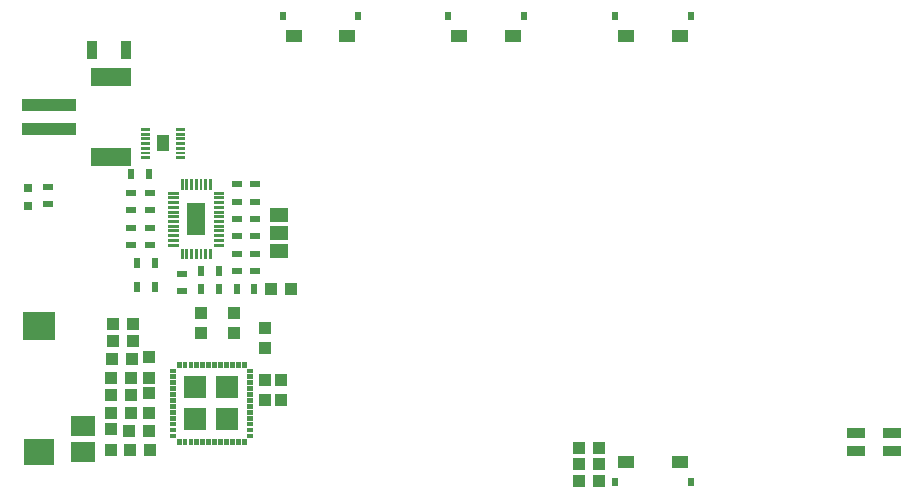
<source format=gbr>
G04 EAGLE Gerber RS-274X export*
G75*
%MOMM*%
%FSLAX34Y34*%
%LPD*%
%INSolderpaste Bottom*%
%IPPOS*%
%AMOC8*
5,1,8,0,0,1.08239X$1,22.5*%
G01*
%ADD10R,2.000000X1.800000*%
%ADD11R,2.600000X2.250000*%
%ADD12R,2.800000X2.450000*%
%ADD13R,1.100000X1.000000*%
%ADD14R,1.000000X1.100000*%
%ADD15R,1.910000X1.910000*%
%ADD16C,0.031500*%
%ADD17R,1.500000X0.900000*%
%ADD18R,1.520000X2.780000*%
%ADD19C,0.055000*%
%ADD20R,1.080000X1.460000*%
%ADD21R,4.600000X1.000000*%
%ADD22R,3.400000X1.600000*%
%ADD23R,0.900000X1.600000*%
%ADD24R,0.900000X0.600000*%
%ADD25R,0.800000X0.800000*%
%ADD26R,0.600000X0.900000*%
%ADD27R,1.600200X1.168400*%
%ADD28R,1.450000X1.050000*%
%ADD29R,0.600000X0.800000*%


D10*
X54150Y34000D03*
X54150Y56000D03*
D11*
X16850Y34000D03*
D12*
X16850Y141000D03*
D13*
X110800Y52100D03*
X93800Y52100D03*
D14*
X78000Y36000D03*
X78000Y53000D03*
X110000Y67000D03*
X110000Y84000D03*
X111100Y35500D03*
X94100Y35500D03*
D13*
X110000Y97000D03*
X110000Y114000D03*
D14*
X230280Y171850D03*
X213280Y171850D03*
D15*
X176500Y62000D03*
X149500Y62000D03*
X149500Y89000D03*
X176500Y89000D03*
D16*
X132443Y49593D02*
X128257Y49593D01*
X132443Y49593D02*
X132443Y46407D01*
X128257Y46407D01*
X128257Y49593D01*
X128257Y46706D02*
X132443Y46706D01*
X132443Y47005D02*
X128257Y47005D01*
X128257Y47304D02*
X132443Y47304D01*
X132443Y47603D02*
X128257Y47603D01*
X128257Y47902D02*
X132443Y47902D01*
X132443Y48201D02*
X128257Y48201D01*
X128257Y48500D02*
X132443Y48500D01*
X132443Y48799D02*
X128257Y48799D01*
X128257Y49098D02*
X132443Y49098D01*
X132443Y49397D02*
X128257Y49397D01*
X128257Y54593D02*
X132443Y54593D01*
X132443Y51407D01*
X128257Y51407D01*
X128257Y54593D01*
X128257Y51706D02*
X132443Y51706D01*
X132443Y52005D02*
X128257Y52005D01*
X128257Y52304D02*
X132443Y52304D01*
X132443Y52603D02*
X128257Y52603D01*
X128257Y52902D02*
X132443Y52902D01*
X132443Y53201D02*
X128257Y53201D01*
X128257Y53500D02*
X132443Y53500D01*
X132443Y53799D02*
X128257Y53799D01*
X128257Y54098D02*
X132443Y54098D01*
X132443Y54397D02*
X128257Y54397D01*
X128257Y59593D02*
X132443Y59593D01*
X132443Y56407D01*
X128257Y56407D01*
X128257Y59593D01*
X128257Y56706D02*
X132443Y56706D01*
X132443Y57005D02*
X128257Y57005D01*
X128257Y57304D02*
X132443Y57304D01*
X132443Y57603D02*
X128257Y57603D01*
X128257Y57902D02*
X132443Y57902D01*
X132443Y58201D02*
X128257Y58201D01*
X128257Y58500D02*
X132443Y58500D01*
X132443Y58799D02*
X128257Y58799D01*
X128257Y59098D02*
X132443Y59098D01*
X132443Y59397D02*
X128257Y59397D01*
X128257Y64593D02*
X132443Y64593D01*
X132443Y61407D01*
X128257Y61407D01*
X128257Y64593D01*
X128257Y61706D02*
X132443Y61706D01*
X132443Y62005D02*
X128257Y62005D01*
X128257Y62304D02*
X132443Y62304D01*
X132443Y62603D02*
X128257Y62603D01*
X128257Y62902D02*
X132443Y62902D01*
X132443Y63201D02*
X128257Y63201D01*
X128257Y63500D02*
X132443Y63500D01*
X132443Y63799D02*
X128257Y63799D01*
X128257Y64098D02*
X132443Y64098D01*
X132443Y64397D02*
X128257Y64397D01*
X128257Y69593D02*
X132443Y69593D01*
X132443Y66407D01*
X128257Y66407D01*
X128257Y69593D01*
X128257Y66706D02*
X132443Y66706D01*
X132443Y67005D02*
X128257Y67005D01*
X128257Y67304D02*
X132443Y67304D01*
X132443Y67603D02*
X128257Y67603D01*
X128257Y67902D02*
X132443Y67902D01*
X132443Y68201D02*
X128257Y68201D01*
X128257Y68500D02*
X132443Y68500D01*
X132443Y68799D02*
X128257Y68799D01*
X128257Y69098D02*
X132443Y69098D01*
X132443Y69397D02*
X128257Y69397D01*
X128257Y74593D02*
X132443Y74593D01*
X132443Y71407D01*
X128257Y71407D01*
X128257Y74593D01*
X128257Y71706D02*
X132443Y71706D01*
X132443Y72005D02*
X128257Y72005D01*
X128257Y72304D02*
X132443Y72304D01*
X132443Y72603D02*
X128257Y72603D01*
X128257Y72902D02*
X132443Y72902D01*
X132443Y73201D02*
X128257Y73201D01*
X128257Y73500D02*
X132443Y73500D01*
X132443Y73799D02*
X128257Y73799D01*
X128257Y74098D02*
X132443Y74098D01*
X132443Y74397D02*
X128257Y74397D01*
X128257Y79593D02*
X132443Y79593D01*
X132443Y76407D01*
X128257Y76407D01*
X128257Y79593D01*
X128257Y76706D02*
X132443Y76706D01*
X132443Y77005D02*
X128257Y77005D01*
X128257Y77304D02*
X132443Y77304D01*
X132443Y77603D02*
X128257Y77603D01*
X128257Y77902D02*
X132443Y77902D01*
X132443Y78201D02*
X128257Y78201D01*
X128257Y78500D02*
X132443Y78500D01*
X132443Y78799D02*
X128257Y78799D01*
X128257Y79098D02*
X132443Y79098D01*
X132443Y79397D02*
X128257Y79397D01*
X128257Y84593D02*
X132443Y84593D01*
X132443Y81407D01*
X128257Y81407D01*
X128257Y84593D01*
X128257Y81706D02*
X132443Y81706D01*
X132443Y82005D02*
X128257Y82005D01*
X128257Y82304D02*
X132443Y82304D01*
X132443Y82603D02*
X128257Y82603D01*
X128257Y82902D02*
X132443Y82902D01*
X132443Y83201D02*
X128257Y83201D01*
X128257Y83500D02*
X132443Y83500D01*
X132443Y83799D02*
X128257Y83799D01*
X128257Y84098D02*
X132443Y84098D01*
X132443Y84397D02*
X128257Y84397D01*
X128257Y89593D02*
X132443Y89593D01*
X132443Y86407D01*
X128257Y86407D01*
X128257Y89593D01*
X128257Y86706D02*
X132443Y86706D01*
X132443Y87005D02*
X128257Y87005D01*
X128257Y87304D02*
X132443Y87304D01*
X132443Y87603D02*
X128257Y87603D01*
X128257Y87902D02*
X132443Y87902D01*
X132443Y88201D02*
X128257Y88201D01*
X128257Y88500D02*
X132443Y88500D01*
X132443Y88799D02*
X128257Y88799D01*
X128257Y89098D02*
X132443Y89098D01*
X132443Y89397D02*
X128257Y89397D01*
X128257Y94593D02*
X132443Y94593D01*
X132443Y91407D01*
X128257Y91407D01*
X128257Y94593D01*
X128257Y91706D02*
X132443Y91706D01*
X132443Y92005D02*
X128257Y92005D01*
X128257Y92304D02*
X132443Y92304D01*
X132443Y92603D02*
X128257Y92603D01*
X128257Y92902D02*
X132443Y92902D01*
X132443Y93201D02*
X128257Y93201D01*
X128257Y93500D02*
X132443Y93500D01*
X132443Y93799D02*
X128257Y93799D01*
X128257Y94098D02*
X132443Y94098D01*
X132443Y94397D02*
X128257Y94397D01*
X128257Y99593D02*
X132443Y99593D01*
X132443Y96407D01*
X128257Y96407D01*
X128257Y99593D01*
X128257Y96706D02*
X132443Y96706D01*
X132443Y97005D02*
X128257Y97005D01*
X128257Y97304D02*
X132443Y97304D01*
X132443Y97603D02*
X128257Y97603D01*
X128257Y97902D02*
X132443Y97902D01*
X132443Y98201D02*
X128257Y98201D01*
X128257Y98500D02*
X132443Y98500D01*
X132443Y98799D02*
X128257Y98799D01*
X128257Y99098D02*
X132443Y99098D01*
X132443Y99397D02*
X128257Y99397D01*
X128257Y104593D02*
X132443Y104593D01*
X132443Y101407D01*
X128257Y101407D01*
X128257Y104593D01*
X128257Y101706D02*
X132443Y101706D01*
X132443Y102005D02*
X128257Y102005D01*
X128257Y102304D02*
X132443Y102304D01*
X132443Y102603D02*
X128257Y102603D01*
X128257Y102902D02*
X132443Y102902D01*
X132443Y103201D02*
X128257Y103201D01*
X128257Y103500D02*
X132443Y103500D01*
X132443Y103799D02*
X128257Y103799D01*
X128257Y104098D02*
X132443Y104098D01*
X132443Y104397D02*
X128257Y104397D01*
X137093Y106057D02*
X137093Y110243D01*
X137093Y106057D02*
X133907Y106057D01*
X133907Y110243D01*
X137093Y110243D01*
X137093Y106356D02*
X133907Y106356D01*
X133907Y106655D02*
X137093Y106655D01*
X137093Y106954D02*
X133907Y106954D01*
X133907Y107253D02*
X137093Y107253D01*
X137093Y107552D02*
X133907Y107552D01*
X133907Y107851D02*
X137093Y107851D01*
X137093Y108150D02*
X133907Y108150D01*
X133907Y108449D02*
X137093Y108449D01*
X137093Y108748D02*
X133907Y108748D01*
X133907Y109047D02*
X137093Y109047D01*
X137093Y109346D02*
X133907Y109346D01*
X133907Y109645D02*
X137093Y109645D01*
X137093Y109944D02*
X133907Y109944D01*
X133907Y110243D02*
X137093Y110243D01*
X142093Y110243D02*
X142093Y106057D01*
X138907Y106057D01*
X138907Y110243D01*
X142093Y110243D01*
X142093Y106356D02*
X138907Y106356D01*
X138907Y106655D02*
X142093Y106655D01*
X142093Y106954D02*
X138907Y106954D01*
X138907Y107253D02*
X142093Y107253D01*
X142093Y107552D02*
X138907Y107552D01*
X138907Y107851D02*
X142093Y107851D01*
X142093Y108150D02*
X138907Y108150D01*
X138907Y108449D02*
X142093Y108449D01*
X142093Y108748D02*
X138907Y108748D01*
X138907Y109047D02*
X142093Y109047D01*
X142093Y109346D02*
X138907Y109346D01*
X138907Y109645D02*
X142093Y109645D01*
X142093Y109944D02*
X138907Y109944D01*
X138907Y110243D02*
X142093Y110243D01*
X147093Y110243D02*
X147093Y106057D01*
X143907Y106057D01*
X143907Y110243D01*
X147093Y110243D01*
X147093Y106356D02*
X143907Y106356D01*
X143907Y106655D02*
X147093Y106655D01*
X147093Y106954D02*
X143907Y106954D01*
X143907Y107253D02*
X147093Y107253D01*
X147093Y107552D02*
X143907Y107552D01*
X143907Y107851D02*
X147093Y107851D01*
X147093Y108150D02*
X143907Y108150D01*
X143907Y108449D02*
X147093Y108449D01*
X147093Y108748D02*
X143907Y108748D01*
X143907Y109047D02*
X147093Y109047D01*
X147093Y109346D02*
X143907Y109346D01*
X143907Y109645D02*
X147093Y109645D01*
X147093Y109944D02*
X143907Y109944D01*
X143907Y110243D02*
X147093Y110243D01*
X152093Y110243D02*
X152093Y106057D01*
X148907Y106057D01*
X148907Y110243D01*
X152093Y110243D01*
X152093Y106356D02*
X148907Y106356D01*
X148907Y106655D02*
X152093Y106655D01*
X152093Y106954D02*
X148907Y106954D01*
X148907Y107253D02*
X152093Y107253D01*
X152093Y107552D02*
X148907Y107552D01*
X148907Y107851D02*
X152093Y107851D01*
X152093Y108150D02*
X148907Y108150D01*
X148907Y108449D02*
X152093Y108449D01*
X152093Y108748D02*
X148907Y108748D01*
X148907Y109047D02*
X152093Y109047D01*
X152093Y109346D02*
X148907Y109346D01*
X148907Y109645D02*
X152093Y109645D01*
X152093Y109944D02*
X148907Y109944D01*
X148907Y110243D02*
X152093Y110243D01*
X157093Y110243D02*
X157093Y106057D01*
X153907Y106057D01*
X153907Y110243D01*
X157093Y110243D01*
X157093Y106356D02*
X153907Y106356D01*
X153907Y106655D02*
X157093Y106655D01*
X157093Y106954D02*
X153907Y106954D01*
X153907Y107253D02*
X157093Y107253D01*
X157093Y107552D02*
X153907Y107552D01*
X153907Y107851D02*
X157093Y107851D01*
X157093Y108150D02*
X153907Y108150D01*
X153907Y108449D02*
X157093Y108449D01*
X157093Y108748D02*
X153907Y108748D01*
X153907Y109047D02*
X157093Y109047D01*
X157093Y109346D02*
X153907Y109346D01*
X153907Y109645D02*
X157093Y109645D01*
X157093Y109944D02*
X153907Y109944D01*
X153907Y110243D02*
X157093Y110243D01*
X162093Y110243D02*
X162093Y106057D01*
X158907Y106057D01*
X158907Y110243D01*
X162093Y110243D01*
X162093Y106356D02*
X158907Y106356D01*
X158907Y106655D02*
X162093Y106655D01*
X162093Y106954D02*
X158907Y106954D01*
X158907Y107253D02*
X162093Y107253D01*
X162093Y107552D02*
X158907Y107552D01*
X158907Y107851D02*
X162093Y107851D01*
X162093Y108150D02*
X158907Y108150D01*
X158907Y108449D02*
X162093Y108449D01*
X162093Y108748D02*
X158907Y108748D01*
X158907Y109047D02*
X162093Y109047D01*
X162093Y109346D02*
X158907Y109346D01*
X158907Y109645D02*
X162093Y109645D01*
X162093Y109944D02*
X158907Y109944D01*
X158907Y110243D02*
X162093Y110243D01*
X167093Y110243D02*
X167093Y106057D01*
X163907Y106057D01*
X163907Y110243D01*
X167093Y110243D01*
X167093Y106356D02*
X163907Y106356D01*
X163907Y106655D02*
X167093Y106655D01*
X167093Y106954D02*
X163907Y106954D01*
X163907Y107253D02*
X167093Y107253D01*
X167093Y107552D02*
X163907Y107552D01*
X163907Y107851D02*
X167093Y107851D01*
X167093Y108150D02*
X163907Y108150D01*
X163907Y108449D02*
X167093Y108449D01*
X167093Y108748D02*
X163907Y108748D01*
X163907Y109047D02*
X167093Y109047D01*
X167093Y109346D02*
X163907Y109346D01*
X163907Y109645D02*
X167093Y109645D01*
X167093Y109944D02*
X163907Y109944D01*
X163907Y110243D02*
X167093Y110243D01*
X172093Y110243D02*
X172093Y106057D01*
X168907Y106057D01*
X168907Y110243D01*
X172093Y110243D01*
X172093Y106356D02*
X168907Y106356D01*
X168907Y106655D02*
X172093Y106655D01*
X172093Y106954D02*
X168907Y106954D01*
X168907Y107253D02*
X172093Y107253D01*
X172093Y107552D02*
X168907Y107552D01*
X168907Y107851D02*
X172093Y107851D01*
X172093Y108150D02*
X168907Y108150D01*
X168907Y108449D02*
X172093Y108449D01*
X172093Y108748D02*
X168907Y108748D01*
X168907Y109047D02*
X172093Y109047D01*
X172093Y109346D02*
X168907Y109346D01*
X168907Y109645D02*
X172093Y109645D01*
X172093Y109944D02*
X168907Y109944D01*
X168907Y110243D02*
X172093Y110243D01*
X177093Y110243D02*
X177093Y106057D01*
X173907Y106057D01*
X173907Y110243D01*
X177093Y110243D01*
X177093Y106356D02*
X173907Y106356D01*
X173907Y106655D02*
X177093Y106655D01*
X177093Y106954D02*
X173907Y106954D01*
X173907Y107253D02*
X177093Y107253D01*
X177093Y107552D02*
X173907Y107552D01*
X173907Y107851D02*
X177093Y107851D01*
X177093Y108150D02*
X173907Y108150D01*
X173907Y108449D02*
X177093Y108449D01*
X177093Y108748D02*
X173907Y108748D01*
X173907Y109047D02*
X177093Y109047D01*
X177093Y109346D02*
X173907Y109346D01*
X173907Y109645D02*
X177093Y109645D01*
X177093Y109944D02*
X173907Y109944D01*
X173907Y110243D02*
X177093Y110243D01*
X182093Y110243D02*
X182093Y106057D01*
X178907Y106057D01*
X178907Y110243D01*
X182093Y110243D01*
X182093Y106356D02*
X178907Y106356D01*
X178907Y106655D02*
X182093Y106655D01*
X182093Y106954D02*
X178907Y106954D01*
X178907Y107253D02*
X182093Y107253D01*
X182093Y107552D02*
X178907Y107552D01*
X178907Y107851D02*
X182093Y107851D01*
X182093Y108150D02*
X178907Y108150D01*
X178907Y108449D02*
X182093Y108449D01*
X182093Y108748D02*
X178907Y108748D01*
X178907Y109047D02*
X182093Y109047D01*
X182093Y109346D02*
X178907Y109346D01*
X178907Y109645D02*
X182093Y109645D01*
X182093Y109944D02*
X178907Y109944D01*
X178907Y110243D02*
X182093Y110243D01*
X187093Y110243D02*
X187093Y106057D01*
X183907Y106057D01*
X183907Y110243D01*
X187093Y110243D01*
X187093Y106356D02*
X183907Y106356D01*
X183907Y106655D02*
X187093Y106655D01*
X187093Y106954D02*
X183907Y106954D01*
X183907Y107253D02*
X187093Y107253D01*
X187093Y107552D02*
X183907Y107552D01*
X183907Y107851D02*
X187093Y107851D01*
X187093Y108150D02*
X183907Y108150D01*
X183907Y108449D02*
X187093Y108449D01*
X187093Y108748D02*
X183907Y108748D01*
X183907Y109047D02*
X187093Y109047D01*
X187093Y109346D02*
X183907Y109346D01*
X183907Y109645D02*
X187093Y109645D01*
X187093Y109944D02*
X183907Y109944D01*
X183907Y110243D02*
X187093Y110243D01*
X192093Y110243D02*
X192093Y106057D01*
X188907Y106057D01*
X188907Y110243D01*
X192093Y110243D01*
X192093Y106356D02*
X188907Y106356D01*
X188907Y106655D02*
X192093Y106655D01*
X192093Y106954D02*
X188907Y106954D01*
X188907Y107253D02*
X192093Y107253D01*
X192093Y107552D02*
X188907Y107552D01*
X188907Y107851D02*
X192093Y107851D01*
X192093Y108150D02*
X188907Y108150D01*
X188907Y108449D02*
X192093Y108449D01*
X192093Y108748D02*
X188907Y108748D01*
X188907Y109047D02*
X192093Y109047D01*
X192093Y109346D02*
X188907Y109346D01*
X188907Y109645D02*
X192093Y109645D01*
X192093Y109944D02*
X188907Y109944D01*
X188907Y110243D02*
X192093Y110243D01*
X193557Y101407D02*
X197743Y101407D01*
X193557Y101407D02*
X193557Y104593D01*
X197743Y104593D01*
X197743Y101407D01*
X197743Y101706D02*
X193557Y101706D01*
X193557Y102005D02*
X197743Y102005D01*
X197743Y102304D02*
X193557Y102304D01*
X193557Y102603D02*
X197743Y102603D01*
X197743Y102902D02*
X193557Y102902D01*
X193557Y103201D02*
X197743Y103201D01*
X197743Y103500D02*
X193557Y103500D01*
X193557Y103799D02*
X197743Y103799D01*
X197743Y104098D02*
X193557Y104098D01*
X193557Y104397D02*
X197743Y104397D01*
X197743Y96407D02*
X193557Y96407D01*
X193557Y99593D01*
X197743Y99593D01*
X197743Y96407D01*
X197743Y96706D02*
X193557Y96706D01*
X193557Y97005D02*
X197743Y97005D01*
X197743Y97304D02*
X193557Y97304D01*
X193557Y97603D02*
X197743Y97603D01*
X197743Y97902D02*
X193557Y97902D01*
X193557Y98201D02*
X197743Y98201D01*
X197743Y98500D02*
X193557Y98500D01*
X193557Y98799D02*
X197743Y98799D01*
X197743Y99098D02*
X193557Y99098D01*
X193557Y99397D02*
X197743Y99397D01*
X197743Y91407D02*
X193557Y91407D01*
X193557Y94593D01*
X197743Y94593D01*
X197743Y91407D01*
X197743Y91706D02*
X193557Y91706D01*
X193557Y92005D02*
X197743Y92005D01*
X197743Y92304D02*
X193557Y92304D01*
X193557Y92603D02*
X197743Y92603D01*
X197743Y92902D02*
X193557Y92902D01*
X193557Y93201D02*
X197743Y93201D01*
X197743Y93500D02*
X193557Y93500D01*
X193557Y93799D02*
X197743Y93799D01*
X197743Y94098D02*
X193557Y94098D01*
X193557Y94397D02*
X197743Y94397D01*
X197743Y86407D02*
X193557Y86407D01*
X193557Y89593D01*
X197743Y89593D01*
X197743Y86407D01*
X197743Y86706D02*
X193557Y86706D01*
X193557Y87005D02*
X197743Y87005D01*
X197743Y87304D02*
X193557Y87304D01*
X193557Y87603D02*
X197743Y87603D01*
X197743Y87902D02*
X193557Y87902D01*
X193557Y88201D02*
X197743Y88201D01*
X197743Y88500D02*
X193557Y88500D01*
X193557Y88799D02*
X197743Y88799D01*
X197743Y89098D02*
X193557Y89098D01*
X193557Y89397D02*
X197743Y89397D01*
X197743Y81407D02*
X193557Y81407D01*
X193557Y84593D01*
X197743Y84593D01*
X197743Y81407D01*
X197743Y81706D02*
X193557Y81706D01*
X193557Y82005D02*
X197743Y82005D01*
X197743Y82304D02*
X193557Y82304D01*
X193557Y82603D02*
X197743Y82603D01*
X197743Y82902D02*
X193557Y82902D01*
X193557Y83201D02*
X197743Y83201D01*
X197743Y83500D02*
X193557Y83500D01*
X193557Y83799D02*
X197743Y83799D01*
X197743Y84098D02*
X193557Y84098D01*
X193557Y84397D02*
X197743Y84397D01*
X197743Y76407D02*
X193557Y76407D01*
X193557Y79593D01*
X197743Y79593D01*
X197743Y76407D01*
X197743Y76706D02*
X193557Y76706D01*
X193557Y77005D02*
X197743Y77005D01*
X197743Y77304D02*
X193557Y77304D01*
X193557Y77603D02*
X197743Y77603D01*
X197743Y77902D02*
X193557Y77902D01*
X193557Y78201D02*
X197743Y78201D01*
X197743Y78500D02*
X193557Y78500D01*
X193557Y78799D02*
X197743Y78799D01*
X197743Y79098D02*
X193557Y79098D01*
X193557Y79397D02*
X197743Y79397D01*
X197743Y71407D02*
X193557Y71407D01*
X193557Y74593D01*
X197743Y74593D01*
X197743Y71407D01*
X197743Y71706D02*
X193557Y71706D01*
X193557Y72005D02*
X197743Y72005D01*
X197743Y72304D02*
X193557Y72304D01*
X193557Y72603D02*
X197743Y72603D01*
X197743Y72902D02*
X193557Y72902D01*
X193557Y73201D02*
X197743Y73201D01*
X197743Y73500D02*
X193557Y73500D01*
X193557Y73799D02*
X197743Y73799D01*
X197743Y74098D02*
X193557Y74098D01*
X193557Y74397D02*
X197743Y74397D01*
X197743Y66407D02*
X193557Y66407D01*
X193557Y69593D01*
X197743Y69593D01*
X197743Y66407D01*
X197743Y66706D02*
X193557Y66706D01*
X193557Y67005D02*
X197743Y67005D01*
X197743Y67304D02*
X193557Y67304D01*
X193557Y67603D02*
X197743Y67603D01*
X197743Y67902D02*
X193557Y67902D01*
X193557Y68201D02*
X197743Y68201D01*
X197743Y68500D02*
X193557Y68500D01*
X193557Y68799D02*
X197743Y68799D01*
X197743Y69098D02*
X193557Y69098D01*
X193557Y69397D02*
X197743Y69397D01*
X197743Y61407D02*
X193557Y61407D01*
X193557Y64593D01*
X197743Y64593D01*
X197743Y61407D01*
X197743Y61706D02*
X193557Y61706D01*
X193557Y62005D02*
X197743Y62005D01*
X197743Y62304D02*
X193557Y62304D01*
X193557Y62603D02*
X197743Y62603D01*
X197743Y62902D02*
X193557Y62902D01*
X193557Y63201D02*
X197743Y63201D01*
X197743Y63500D02*
X193557Y63500D01*
X193557Y63799D02*
X197743Y63799D01*
X197743Y64098D02*
X193557Y64098D01*
X193557Y64397D02*
X197743Y64397D01*
X197743Y56407D02*
X193557Y56407D01*
X193557Y59593D01*
X197743Y59593D01*
X197743Y56407D01*
X197743Y56706D02*
X193557Y56706D01*
X193557Y57005D02*
X197743Y57005D01*
X197743Y57304D02*
X193557Y57304D01*
X193557Y57603D02*
X197743Y57603D01*
X197743Y57902D02*
X193557Y57902D01*
X193557Y58201D02*
X197743Y58201D01*
X197743Y58500D02*
X193557Y58500D01*
X193557Y58799D02*
X197743Y58799D01*
X197743Y59098D02*
X193557Y59098D01*
X193557Y59397D02*
X197743Y59397D01*
X197743Y51407D02*
X193557Y51407D01*
X193557Y54593D01*
X197743Y54593D01*
X197743Y51407D01*
X197743Y51706D02*
X193557Y51706D01*
X193557Y52005D02*
X197743Y52005D01*
X197743Y52304D02*
X193557Y52304D01*
X193557Y52603D02*
X197743Y52603D01*
X197743Y52902D02*
X193557Y52902D01*
X193557Y53201D02*
X197743Y53201D01*
X197743Y53500D02*
X193557Y53500D01*
X193557Y53799D02*
X197743Y53799D01*
X197743Y54098D02*
X193557Y54098D01*
X193557Y54397D02*
X197743Y54397D01*
X197743Y46407D02*
X193557Y46407D01*
X193557Y49593D01*
X197743Y49593D01*
X197743Y46407D01*
X197743Y46706D02*
X193557Y46706D01*
X193557Y47005D02*
X197743Y47005D01*
X197743Y47304D02*
X193557Y47304D01*
X193557Y47603D02*
X197743Y47603D01*
X197743Y47902D02*
X193557Y47902D01*
X193557Y48201D02*
X197743Y48201D01*
X197743Y48500D02*
X193557Y48500D01*
X193557Y48799D02*
X197743Y48799D01*
X197743Y49098D02*
X193557Y49098D01*
X193557Y49397D02*
X197743Y49397D01*
X188907Y44943D02*
X188907Y40757D01*
X188907Y44943D02*
X192093Y44943D01*
X192093Y40757D01*
X188907Y40757D01*
X188907Y41056D02*
X192093Y41056D01*
X192093Y41355D02*
X188907Y41355D01*
X188907Y41654D02*
X192093Y41654D01*
X192093Y41953D02*
X188907Y41953D01*
X188907Y42252D02*
X192093Y42252D01*
X192093Y42551D02*
X188907Y42551D01*
X188907Y42850D02*
X192093Y42850D01*
X192093Y43149D02*
X188907Y43149D01*
X188907Y43448D02*
X192093Y43448D01*
X192093Y43747D02*
X188907Y43747D01*
X188907Y44046D02*
X192093Y44046D01*
X192093Y44345D02*
X188907Y44345D01*
X188907Y44644D02*
X192093Y44644D01*
X192093Y44943D02*
X188907Y44943D01*
X183907Y44943D02*
X183907Y40757D01*
X183907Y44943D02*
X187093Y44943D01*
X187093Y40757D01*
X183907Y40757D01*
X183907Y41056D02*
X187093Y41056D01*
X187093Y41355D02*
X183907Y41355D01*
X183907Y41654D02*
X187093Y41654D01*
X187093Y41953D02*
X183907Y41953D01*
X183907Y42252D02*
X187093Y42252D01*
X187093Y42551D02*
X183907Y42551D01*
X183907Y42850D02*
X187093Y42850D01*
X187093Y43149D02*
X183907Y43149D01*
X183907Y43448D02*
X187093Y43448D01*
X187093Y43747D02*
X183907Y43747D01*
X183907Y44046D02*
X187093Y44046D01*
X187093Y44345D02*
X183907Y44345D01*
X183907Y44644D02*
X187093Y44644D01*
X187093Y44943D02*
X183907Y44943D01*
X178907Y44943D02*
X178907Y40757D01*
X178907Y44943D02*
X182093Y44943D01*
X182093Y40757D01*
X178907Y40757D01*
X178907Y41056D02*
X182093Y41056D01*
X182093Y41355D02*
X178907Y41355D01*
X178907Y41654D02*
X182093Y41654D01*
X182093Y41953D02*
X178907Y41953D01*
X178907Y42252D02*
X182093Y42252D01*
X182093Y42551D02*
X178907Y42551D01*
X178907Y42850D02*
X182093Y42850D01*
X182093Y43149D02*
X178907Y43149D01*
X178907Y43448D02*
X182093Y43448D01*
X182093Y43747D02*
X178907Y43747D01*
X178907Y44046D02*
X182093Y44046D01*
X182093Y44345D02*
X178907Y44345D01*
X178907Y44644D02*
X182093Y44644D01*
X182093Y44943D02*
X178907Y44943D01*
X173907Y44943D02*
X173907Y40757D01*
X173907Y44943D02*
X177093Y44943D01*
X177093Y40757D01*
X173907Y40757D01*
X173907Y41056D02*
X177093Y41056D01*
X177093Y41355D02*
X173907Y41355D01*
X173907Y41654D02*
X177093Y41654D01*
X177093Y41953D02*
X173907Y41953D01*
X173907Y42252D02*
X177093Y42252D01*
X177093Y42551D02*
X173907Y42551D01*
X173907Y42850D02*
X177093Y42850D01*
X177093Y43149D02*
X173907Y43149D01*
X173907Y43448D02*
X177093Y43448D01*
X177093Y43747D02*
X173907Y43747D01*
X173907Y44046D02*
X177093Y44046D01*
X177093Y44345D02*
X173907Y44345D01*
X173907Y44644D02*
X177093Y44644D01*
X177093Y44943D02*
X173907Y44943D01*
X168907Y44943D02*
X168907Y40757D01*
X168907Y44943D02*
X172093Y44943D01*
X172093Y40757D01*
X168907Y40757D01*
X168907Y41056D02*
X172093Y41056D01*
X172093Y41355D02*
X168907Y41355D01*
X168907Y41654D02*
X172093Y41654D01*
X172093Y41953D02*
X168907Y41953D01*
X168907Y42252D02*
X172093Y42252D01*
X172093Y42551D02*
X168907Y42551D01*
X168907Y42850D02*
X172093Y42850D01*
X172093Y43149D02*
X168907Y43149D01*
X168907Y43448D02*
X172093Y43448D01*
X172093Y43747D02*
X168907Y43747D01*
X168907Y44046D02*
X172093Y44046D01*
X172093Y44345D02*
X168907Y44345D01*
X168907Y44644D02*
X172093Y44644D01*
X172093Y44943D02*
X168907Y44943D01*
X163907Y44943D02*
X163907Y40757D01*
X163907Y44943D02*
X167093Y44943D01*
X167093Y40757D01*
X163907Y40757D01*
X163907Y41056D02*
X167093Y41056D01*
X167093Y41355D02*
X163907Y41355D01*
X163907Y41654D02*
X167093Y41654D01*
X167093Y41953D02*
X163907Y41953D01*
X163907Y42252D02*
X167093Y42252D01*
X167093Y42551D02*
X163907Y42551D01*
X163907Y42850D02*
X167093Y42850D01*
X167093Y43149D02*
X163907Y43149D01*
X163907Y43448D02*
X167093Y43448D01*
X167093Y43747D02*
X163907Y43747D01*
X163907Y44046D02*
X167093Y44046D01*
X167093Y44345D02*
X163907Y44345D01*
X163907Y44644D02*
X167093Y44644D01*
X167093Y44943D02*
X163907Y44943D01*
X158907Y44943D02*
X158907Y40757D01*
X158907Y44943D02*
X162093Y44943D01*
X162093Y40757D01*
X158907Y40757D01*
X158907Y41056D02*
X162093Y41056D01*
X162093Y41355D02*
X158907Y41355D01*
X158907Y41654D02*
X162093Y41654D01*
X162093Y41953D02*
X158907Y41953D01*
X158907Y42252D02*
X162093Y42252D01*
X162093Y42551D02*
X158907Y42551D01*
X158907Y42850D02*
X162093Y42850D01*
X162093Y43149D02*
X158907Y43149D01*
X158907Y43448D02*
X162093Y43448D01*
X162093Y43747D02*
X158907Y43747D01*
X158907Y44046D02*
X162093Y44046D01*
X162093Y44345D02*
X158907Y44345D01*
X158907Y44644D02*
X162093Y44644D01*
X162093Y44943D02*
X158907Y44943D01*
X153907Y44943D02*
X153907Y40757D01*
X153907Y44943D02*
X157093Y44943D01*
X157093Y40757D01*
X153907Y40757D01*
X153907Y41056D02*
X157093Y41056D01*
X157093Y41355D02*
X153907Y41355D01*
X153907Y41654D02*
X157093Y41654D01*
X157093Y41953D02*
X153907Y41953D01*
X153907Y42252D02*
X157093Y42252D01*
X157093Y42551D02*
X153907Y42551D01*
X153907Y42850D02*
X157093Y42850D01*
X157093Y43149D02*
X153907Y43149D01*
X153907Y43448D02*
X157093Y43448D01*
X157093Y43747D02*
X153907Y43747D01*
X153907Y44046D02*
X157093Y44046D01*
X157093Y44345D02*
X153907Y44345D01*
X153907Y44644D02*
X157093Y44644D01*
X157093Y44943D02*
X153907Y44943D01*
X148907Y44943D02*
X148907Y40757D01*
X148907Y44943D02*
X152093Y44943D01*
X152093Y40757D01*
X148907Y40757D01*
X148907Y41056D02*
X152093Y41056D01*
X152093Y41355D02*
X148907Y41355D01*
X148907Y41654D02*
X152093Y41654D01*
X152093Y41953D02*
X148907Y41953D01*
X148907Y42252D02*
X152093Y42252D01*
X152093Y42551D02*
X148907Y42551D01*
X148907Y42850D02*
X152093Y42850D01*
X152093Y43149D02*
X148907Y43149D01*
X148907Y43448D02*
X152093Y43448D01*
X152093Y43747D02*
X148907Y43747D01*
X148907Y44046D02*
X152093Y44046D01*
X152093Y44345D02*
X148907Y44345D01*
X148907Y44644D02*
X152093Y44644D01*
X152093Y44943D02*
X148907Y44943D01*
X143907Y44943D02*
X143907Y40757D01*
X143907Y44943D02*
X147093Y44943D01*
X147093Y40757D01*
X143907Y40757D01*
X143907Y41056D02*
X147093Y41056D01*
X147093Y41355D02*
X143907Y41355D01*
X143907Y41654D02*
X147093Y41654D01*
X147093Y41953D02*
X143907Y41953D01*
X143907Y42252D02*
X147093Y42252D01*
X147093Y42551D02*
X143907Y42551D01*
X143907Y42850D02*
X147093Y42850D01*
X147093Y43149D02*
X143907Y43149D01*
X143907Y43448D02*
X147093Y43448D01*
X147093Y43747D02*
X143907Y43747D01*
X143907Y44046D02*
X147093Y44046D01*
X147093Y44345D02*
X143907Y44345D01*
X143907Y44644D02*
X147093Y44644D01*
X147093Y44943D02*
X143907Y44943D01*
X138907Y44943D02*
X138907Y40757D01*
X138907Y44943D02*
X142093Y44943D01*
X142093Y40757D01*
X138907Y40757D01*
X138907Y41056D02*
X142093Y41056D01*
X142093Y41355D02*
X138907Y41355D01*
X138907Y41654D02*
X142093Y41654D01*
X142093Y41953D02*
X138907Y41953D01*
X138907Y42252D02*
X142093Y42252D01*
X142093Y42551D02*
X138907Y42551D01*
X138907Y42850D02*
X142093Y42850D01*
X142093Y43149D02*
X138907Y43149D01*
X138907Y43448D02*
X142093Y43448D01*
X142093Y43747D02*
X138907Y43747D01*
X138907Y44046D02*
X142093Y44046D01*
X142093Y44345D02*
X138907Y44345D01*
X138907Y44644D02*
X142093Y44644D01*
X142093Y44943D02*
X138907Y44943D01*
X133907Y44943D02*
X133907Y40757D01*
X133907Y44943D02*
X137093Y44943D01*
X137093Y40757D01*
X133907Y40757D01*
X133907Y41056D02*
X137093Y41056D01*
X137093Y41355D02*
X133907Y41355D01*
X133907Y41654D02*
X137093Y41654D01*
X137093Y41953D02*
X133907Y41953D01*
X133907Y42252D02*
X137093Y42252D01*
X137093Y42551D02*
X133907Y42551D01*
X133907Y42850D02*
X137093Y42850D01*
X137093Y43149D02*
X133907Y43149D01*
X133907Y43448D02*
X137093Y43448D01*
X137093Y43747D02*
X133907Y43747D01*
X133907Y44046D02*
X137093Y44046D01*
X137093Y44345D02*
X133907Y44345D01*
X133907Y44644D02*
X137093Y44644D01*
X137093Y44943D02*
X133907Y44943D01*
D14*
X78500Y67000D03*
X95500Y67000D03*
X78500Y82000D03*
X95500Y82000D03*
X78500Y97000D03*
X95500Y97000D03*
D13*
X96500Y142500D03*
X79500Y142500D03*
X96700Y127600D03*
X79700Y127600D03*
D14*
X474650Y37720D03*
X491650Y37720D03*
X474650Y9720D03*
X491650Y9720D03*
X474550Y23720D03*
X491550Y23720D03*
X78700Y112500D03*
X95700Y112500D03*
D17*
X708850Y34780D03*
X708850Y49780D03*
X739850Y49780D03*
X739850Y34780D03*
D18*
X150000Y231500D03*
D19*
X162825Y206175D02*
X162825Y198125D01*
X161175Y198125D01*
X161175Y206175D01*
X162825Y206175D01*
X162825Y198647D02*
X161175Y198647D01*
X161175Y199169D02*
X162825Y199169D01*
X162825Y199691D02*
X161175Y199691D01*
X161175Y200213D02*
X162825Y200213D01*
X162825Y200735D02*
X161175Y200735D01*
X161175Y201257D02*
X162825Y201257D01*
X162825Y201779D02*
X161175Y201779D01*
X161175Y202301D02*
X162825Y202301D01*
X162825Y202823D02*
X161175Y202823D01*
X161175Y203345D02*
X162825Y203345D01*
X162825Y203867D02*
X161175Y203867D01*
X161175Y204389D02*
X162825Y204389D01*
X162825Y204911D02*
X161175Y204911D01*
X161175Y205433D02*
X162825Y205433D01*
X162825Y205955D02*
X161175Y205955D01*
X158825Y206175D02*
X158825Y198125D01*
X157175Y198125D01*
X157175Y206175D01*
X158825Y206175D01*
X158825Y198647D02*
X157175Y198647D01*
X157175Y199169D02*
X158825Y199169D01*
X158825Y199691D02*
X157175Y199691D01*
X157175Y200213D02*
X158825Y200213D01*
X158825Y200735D02*
X157175Y200735D01*
X157175Y201257D02*
X158825Y201257D01*
X158825Y201779D02*
X157175Y201779D01*
X157175Y202301D02*
X158825Y202301D01*
X158825Y202823D02*
X157175Y202823D01*
X157175Y203345D02*
X158825Y203345D01*
X158825Y203867D02*
X157175Y203867D01*
X157175Y204389D02*
X158825Y204389D01*
X158825Y204911D02*
X157175Y204911D01*
X157175Y205433D02*
X158825Y205433D01*
X158825Y205955D02*
X157175Y205955D01*
X154825Y206175D02*
X154825Y198125D01*
X153175Y198125D01*
X153175Y206175D01*
X154825Y206175D01*
X154825Y198647D02*
X153175Y198647D01*
X153175Y199169D02*
X154825Y199169D01*
X154825Y199691D02*
X153175Y199691D01*
X153175Y200213D02*
X154825Y200213D01*
X154825Y200735D02*
X153175Y200735D01*
X153175Y201257D02*
X154825Y201257D01*
X154825Y201779D02*
X153175Y201779D01*
X153175Y202301D02*
X154825Y202301D01*
X154825Y202823D02*
X153175Y202823D01*
X153175Y203345D02*
X154825Y203345D01*
X154825Y203867D02*
X153175Y203867D01*
X153175Y204389D02*
X154825Y204389D01*
X154825Y204911D02*
X153175Y204911D01*
X153175Y205433D02*
X154825Y205433D01*
X154825Y205955D02*
X153175Y205955D01*
X150825Y206175D02*
X150825Y198125D01*
X149175Y198125D01*
X149175Y206175D01*
X150825Y206175D01*
X150825Y198647D02*
X149175Y198647D01*
X149175Y199169D02*
X150825Y199169D01*
X150825Y199691D02*
X149175Y199691D01*
X149175Y200213D02*
X150825Y200213D01*
X150825Y200735D02*
X149175Y200735D01*
X149175Y201257D02*
X150825Y201257D01*
X150825Y201779D02*
X149175Y201779D01*
X149175Y202301D02*
X150825Y202301D01*
X150825Y202823D02*
X149175Y202823D01*
X149175Y203345D02*
X150825Y203345D01*
X150825Y203867D02*
X149175Y203867D01*
X149175Y204389D02*
X150825Y204389D01*
X150825Y204911D02*
X149175Y204911D01*
X149175Y205433D02*
X150825Y205433D01*
X150825Y205955D02*
X149175Y205955D01*
X146825Y206175D02*
X146825Y198125D01*
X145175Y198125D01*
X145175Y206175D01*
X146825Y206175D01*
X146825Y198647D02*
X145175Y198647D01*
X145175Y199169D02*
X146825Y199169D01*
X146825Y199691D02*
X145175Y199691D01*
X145175Y200213D02*
X146825Y200213D01*
X146825Y200735D02*
X145175Y200735D01*
X145175Y201257D02*
X146825Y201257D01*
X146825Y201779D02*
X145175Y201779D01*
X145175Y202301D02*
X146825Y202301D01*
X146825Y202823D02*
X145175Y202823D01*
X145175Y203345D02*
X146825Y203345D01*
X146825Y203867D02*
X145175Y203867D01*
X145175Y204389D02*
X146825Y204389D01*
X146825Y204911D02*
X145175Y204911D01*
X145175Y205433D02*
X146825Y205433D01*
X146825Y205955D02*
X145175Y205955D01*
X142825Y206175D02*
X142825Y198125D01*
X141175Y198125D01*
X141175Y206175D01*
X142825Y206175D01*
X142825Y198647D02*
X141175Y198647D01*
X141175Y199169D02*
X142825Y199169D01*
X142825Y199691D02*
X141175Y199691D01*
X141175Y200213D02*
X142825Y200213D01*
X142825Y200735D02*
X141175Y200735D01*
X141175Y201257D02*
X142825Y201257D01*
X142825Y201779D02*
X141175Y201779D01*
X141175Y202301D02*
X142825Y202301D01*
X142825Y202823D02*
X141175Y202823D01*
X141175Y203345D02*
X142825Y203345D01*
X142825Y203867D02*
X141175Y203867D01*
X141175Y204389D02*
X142825Y204389D01*
X142825Y204911D02*
X141175Y204911D01*
X141175Y205433D02*
X142825Y205433D01*
X142825Y205955D02*
X141175Y205955D01*
X138825Y206175D02*
X138825Y198125D01*
X137175Y198125D01*
X137175Y206175D01*
X138825Y206175D01*
X138825Y198647D02*
X137175Y198647D01*
X137175Y199169D02*
X138825Y199169D01*
X138825Y199691D02*
X137175Y199691D01*
X137175Y200213D02*
X138825Y200213D01*
X138825Y200735D02*
X137175Y200735D01*
X137175Y201257D02*
X138825Y201257D01*
X138825Y201779D02*
X137175Y201779D01*
X137175Y202301D02*
X138825Y202301D01*
X138825Y202823D02*
X137175Y202823D01*
X137175Y203345D02*
X138825Y203345D01*
X138825Y203867D02*
X137175Y203867D01*
X137175Y204389D02*
X138825Y204389D01*
X138825Y204911D02*
X137175Y204911D01*
X137175Y205433D02*
X138825Y205433D01*
X138825Y205955D02*
X137175Y205955D01*
X138825Y256825D02*
X138825Y264875D01*
X138825Y256825D02*
X137175Y256825D01*
X137175Y264875D01*
X138825Y264875D01*
X138825Y257347D02*
X137175Y257347D01*
X137175Y257869D02*
X138825Y257869D01*
X138825Y258391D02*
X137175Y258391D01*
X137175Y258913D02*
X138825Y258913D01*
X138825Y259435D02*
X137175Y259435D01*
X137175Y259957D02*
X138825Y259957D01*
X138825Y260479D02*
X137175Y260479D01*
X137175Y261001D02*
X138825Y261001D01*
X138825Y261523D02*
X137175Y261523D01*
X137175Y262045D02*
X138825Y262045D01*
X138825Y262567D02*
X137175Y262567D01*
X137175Y263089D02*
X138825Y263089D01*
X138825Y263611D02*
X137175Y263611D01*
X137175Y264133D02*
X138825Y264133D01*
X138825Y264655D02*
X137175Y264655D01*
X142825Y264875D02*
X142825Y256825D01*
X141175Y256825D01*
X141175Y264875D01*
X142825Y264875D01*
X142825Y257347D02*
X141175Y257347D01*
X141175Y257869D02*
X142825Y257869D01*
X142825Y258391D02*
X141175Y258391D01*
X141175Y258913D02*
X142825Y258913D01*
X142825Y259435D02*
X141175Y259435D01*
X141175Y259957D02*
X142825Y259957D01*
X142825Y260479D02*
X141175Y260479D01*
X141175Y261001D02*
X142825Y261001D01*
X142825Y261523D02*
X141175Y261523D01*
X141175Y262045D02*
X142825Y262045D01*
X142825Y262567D02*
X141175Y262567D01*
X141175Y263089D02*
X142825Y263089D01*
X142825Y263611D02*
X141175Y263611D01*
X141175Y264133D02*
X142825Y264133D01*
X142825Y264655D02*
X141175Y264655D01*
X146825Y264875D02*
X146825Y256825D01*
X145175Y256825D01*
X145175Y264875D01*
X146825Y264875D01*
X146825Y257347D02*
X145175Y257347D01*
X145175Y257869D02*
X146825Y257869D01*
X146825Y258391D02*
X145175Y258391D01*
X145175Y258913D02*
X146825Y258913D01*
X146825Y259435D02*
X145175Y259435D01*
X145175Y259957D02*
X146825Y259957D01*
X146825Y260479D02*
X145175Y260479D01*
X145175Y261001D02*
X146825Y261001D01*
X146825Y261523D02*
X145175Y261523D01*
X145175Y262045D02*
X146825Y262045D01*
X146825Y262567D02*
X145175Y262567D01*
X145175Y263089D02*
X146825Y263089D01*
X146825Y263611D02*
X145175Y263611D01*
X145175Y264133D02*
X146825Y264133D01*
X146825Y264655D02*
X145175Y264655D01*
X150825Y264875D02*
X150825Y256825D01*
X149175Y256825D01*
X149175Y264875D01*
X150825Y264875D01*
X150825Y257347D02*
X149175Y257347D01*
X149175Y257869D02*
X150825Y257869D01*
X150825Y258391D02*
X149175Y258391D01*
X149175Y258913D02*
X150825Y258913D01*
X150825Y259435D02*
X149175Y259435D01*
X149175Y259957D02*
X150825Y259957D01*
X150825Y260479D02*
X149175Y260479D01*
X149175Y261001D02*
X150825Y261001D01*
X150825Y261523D02*
X149175Y261523D01*
X149175Y262045D02*
X150825Y262045D01*
X150825Y262567D02*
X149175Y262567D01*
X149175Y263089D02*
X150825Y263089D01*
X150825Y263611D02*
X149175Y263611D01*
X149175Y264133D02*
X150825Y264133D01*
X150825Y264655D02*
X149175Y264655D01*
X154825Y264875D02*
X154825Y256825D01*
X153175Y256825D01*
X153175Y264875D01*
X154825Y264875D01*
X154825Y257347D02*
X153175Y257347D01*
X153175Y257869D02*
X154825Y257869D01*
X154825Y258391D02*
X153175Y258391D01*
X153175Y258913D02*
X154825Y258913D01*
X154825Y259435D02*
X153175Y259435D01*
X153175Y259957D02*
X154825Y259957D01*
X154825Y260479D02*
X153175Y260479D01*
X153175Y261001D02*
X154825Y261001D01*
X154825Y261523D02*
X153175Y261523D01*
X153175Y262045D02*
X154825Y262045D01*
X154825Y262567D02*
X153175Y262567D01*
X153175Y263089D02*
X154825Y263089D01*
X154825Y263611D02*
X153175Y263611D01*
X153175Y264133D02*
X154825Y264133D01*
X154825Y264655D02*
X153175Y264655D01*
X158825Y264875D02*
X158825Y256825D01*
X157175Y256825D01*
X157175Y264875D01*
X158825Y264875D01*
X158825Y257347D02*
X157175Y257347D01*
X157175Y257869D02*
X158825Y257869D01*
X158825Y258391D02*
X157175Y258391D01*
X157175Y258913D02*
X158825Y258913D01*
X158825Y259435D02*
X157175Y259435D01*
X157175Y259957D02*
X158825Y259957D01*
X158825Y260479D02*
X157175Y260479D01*
X157175Y261001D02*
X158825Y261001D01*
X158825Y261523D02*
X157175Y261523D01*
X157175Y262045D02*
X158825Y262045D01*
X158825Y262567D02*
X157175Y262567D01*
X157175Y263089D02*
X158825Y263089D01*
X158825Y263611D02*
X157175Y263611D01*
X157175Y264133D02*
X158825Y264133D01*
X158825Y264655D02*
X157175Y264655D01*
X162825Y264875D02*
X162825Y256825D01*
X161175Y256825D01*
X161175Y264875D01*
X162825Y264875D01*
X162825Y257347D02*
X161175Y257347D01*
X161175Y257869D02*
X162825Y257869D01*
X162825Y258391D02*
X161175Y258391D01*
X161175Y258913D02*
X162825Y258913D01*
X162825Y259435D02*
X161175Y259435D01*
X161175Y259957D02*
X162825Y259957D01*
X162825Y260479D02*
X161175Y260479D01*
X161175Y261001D02*
X162825Y261001D01*
X162825Y261523D02*
X161175Y261523D01*
X161175Y262045D02*
X162825Y262045D01*
X162825Y262567D02*
X161175Y262567D01*
X161175Y263089D02*
X162825Y263089D01*
X162825Y263611D02*
X161175Y263611D01*
X161175Y264133D02*
X162825Y264133D01*
X162825Y264655D02*
X161175Y264655D01*
X165325Y254325D02*
X173375Y254325D01*
X173375Y252675D01*
X165325Y252675D01*
X165325Y254325D01*
X165325Y253197D02*
X173375Y253197D01*
X173375Y253719D02*
X165325Y253719D01*
X165325Y254241D02*
X173375Y254241D01*
X173375Y250325D02*
X165325Y250325D01*
X173375Y250325D02*
X173375Y248675D01*
X165325Y248675D01*
X165325Y250325D01*
X165325Y249197D02*
X173375Y249197D01*
X173375Y249719D02*
X165325Y249719D01*
X165325Y250241D02*
X173375Y250241D01*
X173375Y246325D02*
X165325Y246325D01*
X173375Y246325D02*
X173375Y244675D01*
X165325Y244675D01*
X165325Y246325D01*
X165325Y245197D02*
X173375Y245197D01*
X173375Y245719D02*
X165325Y245719D01*
X165325Y246241D02*
X173375Y246241D01*
X173375Y242325D02*
X165325Y242325D01*
X173375Y242325D02*
X173375Y240675D01*
X165325Y240675D01*
X165325Y242325D01*
X165325Y241197D02*
X173375Y241197D01*
X173375Y241719D02*
X165325Y241719D01*
X165325Y242241D02*
X173375Y242241D01*
X173375Y238325D02*
X165325Y238325D01*
X173375Y238325D02*
X173375Y236675D01*
X165325Y236675D01*
X165325Y238325D01*
X165325Y237197D02*
X173375Y237197D01*
X173375Y237719D02*
X165325Y237719D01*
X165325Y238241D02*
X173375Y238241D01*
X173375Y234325D02*
X165325Y234325D01*
X173375Y234325D02*
X173375Y232675D01*
X165325Y232675D01*
X165325Y234325D01*
X165325Y233197D02*
X173375Y233197D01*
X173375Y233719D02*
X165325Y233719D01*
X165325Y234241D02*
X173375Y234241D01*
X173375Y230325D02*
X165325Y230325D01*
X173375Y230325D02*
X173375Y228675D01*
X165325Y228675D01*
X165325Y230325D01*
X165325Y229197D02*
X173375Y229197D01*
X173375Y229719D02*
X165325Y229719D01*
X165325Y230241D02*
X173375Y230241D01*
X173375Y226325D02*
X165325Y226325D01*
X173375Y226325D02*
X173375Y224675D01*
X165325Y224675D01*
X165325Y226325D01*
X165325Y225197D02*
X173375Y225197D01*
X173375Y225719D02*
X165325Y225719D01*
X165325Y226241D02*
X173375Y226241D01*
X173375Y222325D02*
X165325Y222325D01*
X173375Y222325D02*
X173375Y220675D01*
X165325Y220675D01*
X165325Y222325D01*
X165325Y221197D02*
X173375Y221197D01*
X173375Y221719D02*
X165325Y221719D01*
X165325Y222241D02*
X173375Y222241D01*
X173375Y218325D02*
X165325Y218325D01*
X173375Y218325D02*
X173375Y216675D01*
X165325Y216675D01*
X165325Y218325D01*
X165325Y217197D02*
X173375Y217197D01*
X173375Y217719D02*
X165325Y217719D01*
X165325Y218241D02*
X173375Y218241D01*
X173375Y214325D02*
X165325Y214325D01*
X173375Y214325D02*
X173375Y212675D01*
X165325Y212675D01*
X165325Y214325D01*
X165325Y213197D02*
X173375Y213197D01*
X173375Y213719D02*
X165325Y213719D01*
X165325Y214241D02*
X173375Y214241D01*
X173375Y210325D02*
X165325Y210325D01*
X173375Y210325D02*
X173375Y208675D01*
X165325Y208675D01*
X165325Y210325D01*
X165325Y209197D02*
X173375Y209197D01*
X173375Y209719D02*
X165325Y209719D01*
X165325Y210241D02*
X173375Y210241D01*
X134675Y210325D02*
X126625Y210325D01*
X134675Y210325D02*
X134675Y208675D01*
X126625Y208675D01*
X126625Y210325D01*
X126625Y209197D02*
X134675Y209197D01*
X134675Y209719D02*
X126625Y209719D01*
X126625Y210241D02*
X134675Y210241D01*
X134675Y214325D02*
X126625Y214325D01*
X134675Y214325D02*
X134675Y212675D01*
X126625Y212675D01*
X126625Y214325D01*
X126625Y213197D02*
X134675Y213197D01*
X134675Y213719D02*
X126625Y213719D01*
X126625Y214241D02*
X134675Y214241D01*
X134675Y218325D02*
X126625Y218325D01*
X134675Y218325D02*
X134675Y216675D01*
X126625Y216675D01*
X126625Y218325D01*
X126625Y217197D02*
X134675Y217197D01*
X134675Y217719D02*
X126625Y217719D01*
X126625Y218241D02*
X134675Y218241D01*
X134675Y222325D02*
X126625Y222325D01*
X134675Y222325D02*
X134675Y220675D01*
X126625Y220675D01*
X126625Y222325D01*
X126625Y221197D02*
X134675Y221197D01*
X134675Y221719D02*
X126625Y221719D01*
X126625Y222241D02*
X134675Y222241D01*
X134675Y226325D02*
X126625Y226325D01*
X134675Y226325D02*
X134675Y224675D01*
X126625Y224675D01*
X126625Y226325D01*
X126625Y225197D02*
X134675Y225197D01*
X134675Y225719D02*
X126625Y225719D01*
X126625Y226241D02*
X134675Y226241D01*
X134675Y230325D02*
X126625Y230325D01*
X134675Y230325D02*
X134675Y228675D01*
X126625Y228675D01*
X126625Y230325D01*
X126625Y229197D02*
X134675Y229197D01*
X134675Y229719D02*
X126625Y229719D01*
X126625Y230241D02*
X134675Y230241D01*
X134675Y234325D02*
X126625Y234325D01*
X134675Y234325D02*
X134675Y232675D01*
X126625Y232675D01*
X126625Y234325D01*
X126625Y233197D02*
X134675Y233197D01*
X134675Y233719D02*
X126625Y233719D01*
X126625Y234241D02*
X134675Y234241D01*
X134675Y238325D02*
X126625Y238325D01*
X134675Y238325D02*
X134675Y236675D01*
X126625Y236675D01*
X126625Y238325D01*
X126625Y237197D02*
X134675Y237197D01*
X134675Y237719D02*
X126625Y237719D01*
X126625Y238241D02*
X134675Y238241D01*
X134675Y242325D02*
X126625Y242325D01*
X134675Y242325D02*
X134675Y240675D01*
X126625Y240675D01*
X126625Y242325D01*
X126625Y241197D02*
X134675Y241197D01*
X134675Y241719D02*
X126625Y241719D01*
X126625Y242241D02*
X134675Y242241D01*
X134675Y246325D02*
X126625Y246325D01*
X134675Y246325D02*
X134675Y244675D01*
X126625Y244675D01*
X126625Y246325D01*
X126625Y245197D02*
X134675Y245197D01*
X134675Y245719D02*
X126625Y245719D01*
X126625Y246241D02*
X134675Y246241D01*
X134675Y250325D02*
X126625Y250325D01*
X134675Y250325D02*
X134675Y248675D01*
X126625Y248675D01*
X126625Y250325D01*
X126625Y249197D02*
X134675Y249197D01*
X134675Y249719D02*
X126625Y249719D01*
X126625Y250241D02*
X134675Y250241D01*
X134675Y254325D02*
X126625Y254325D01*
X134675Y254325D02*
X134675Y252675D01*
X126625Y252675D01*
X126625Y254325D01*
X126625Y253197D02*
X134675Y253197D01*
X134675Y253719D02*
X126625Y253719D01*
X126625Y254241D02*
X134675Y254241D01*
D20*
X122000Y295500D03*
D19*
X110675Y282675D02*
X103625Y282675D01*
X103625Y284325D01*
X110675Y284325D01*
X110675Y282675D01*
X110675Y283197D02*
X103625Y283197D01*
X103625Y283719D02*
X110675Y283719D01*
X110675Y284241D02*
X103625Y284241D01*
X103625Y286675D02*
X110675Y286675D01*
X103625Y286675D02*
X103625Y288325D01*
X110675Y288325D01*
X110675Y286675D01*
X110675Y287197D02*
X103625Y287197D01*
X103625Y287719D02*
X110675Y287719D01*
X110675Y288241D02*
X103625Y288241D01*
X103625Y290675D02*
X110675Y290675D01*
X103625Y290675D02*
X103625Y292325D01*
X110675Y292325D01*
X110675Y290675D01*
X110675Y291197D02*
X103625Y291197D01*
X103625Y291719D02*
X110675Y291719D01*
X110675Y292241D02*
X103625Y292241D01*
X103625Y294675D02*
X110675Y294675D01*
X103625Y294675D02*
X103625Y296325D01*
X110675Y296325D01*
X110675Y294675D01*
X110675Y295197D02*
X103625Y295197D01*
X103625Y295719D02*
X110675Y295719D01*
X110675Y296241D02*
X103625Y296241D01*
X103625Y298675D02*
X110675Y298675D01*
X103625Y298675D02*
X103625Y300325D01*
X110675Y300325D01*
X110675Y298675D01*
X110675Y299197D02*
X103625Y299197D01*
X103625Y299719D02*
X110675Y299719D01*
X110675Y300241D02*
X103625Y300241D01*
X103625Y302675D02*
X110675Y302675D01*
X103625Y302675D02*
X103625Y304325D01*
X110675Y304325D01*
X110675Y302675D01*
X110675Y303197D02*
X103625Y303197D01*
X103625Y303719D02*
X110675Y303719D01*
X110675Y304241D02*
X103625Y304241D01*
X103625Y306675D02*
X110675Y306675D01*
X103625Y306675D02*
X103625Y308325D01*
X110675Y308325D01*
X110675Y306675D01*
X110675Y307197D02*
X103625Y307197D01*
X103625Y307719D02*
X110675Y307719D01*
X110675Y308241D02*
X103625Y308241D01*
X133325Y306675D02*
X140375Y306675D01*
X133325Y306675D02*
X133325Y308325D01*
X140375Y308325D01*
X140375Y306675D01*
X140375Y307197D02*
X133325Y307197D01*
X133325Y307719D02*
X140375Y307719D01*
X140375Y308241D02*
X133325Y308241D01*
X133325Y302675D02*
X140375Y302675D01*
X133325Y302675D02*
X133325Y304325D01*
X140375Y304325D01*
X140375Y302675D01*
X140375Y303197D02*
X133325Y303197D01*
X133325Y303719D02*
X140375Y303719D01*
X140375Y304241D02*
X133325Y304241D01*
X133325Y298675D02*
X140375Y298675D01*
X133325Y298675D02*
X133325Y300325D01*
X140375Y300325D01*
X140375Y298675D01*
X140375Y299197D02*
X133325Y299197D01*
X133325Y299719D02*
X140375Y299719D01*
X140375Y300241D02*
X133325Y300241D01*
X133325Y294675D02*
X140375Y294675D01*
X133325Y294675D02*
X133325Y296325D01*
X140375Y296325D01*
X140375Y294675D01*
X140375Y295197D02*
X133325Y295197D01*
X133325Y295719D02*
X140375Y295719D01*
X140375Y296241D02*
X133325Y296241D01*
X133325Y290675D02*
X140375Y290675D01*
X133325Y290675D02*
X133325Y292325D01*
X140375Y292325D01*
X140375Y290675D01*
X140375Y291197D02*
X133325Y291197D01*
X133325Y291719D02*
X140375Y291719D01*
X140375Y292241D02*
X133325Y292241D01*
X133325Y286675D02*
X140375Y286675D01*
X133325Y286675D02*
X133325Y288325D01*
X140375Y288325D01*
X140375Y286675D01*
X140375Y287197D02*
X133325Y287197D01*
X133325Y287719D02*
X140375Y287719D01*
X140375Y288241D02*
X133325Y288241D01*
X133325Y282675D02*
X140375Y282675D01*
X133325Y282675D02*
X133325Y284325D01*
X140375Y284325D01*
X140375Y282675D01*
X140375Y283197D02*
X133325Y283197D01*
X133325Y283719D02*
X140375Y283719D01*
X140375Y284241D02*
X133325Y284241D01*
D21*
X26000Y307500D03*
X26000Y327500D03*
D22*
X78000Y283500D03*
X78000Y351500D03*
D23*
X62000Y374500D03*
X91000Y374500D03*
D24*
X184500Y261000D03*
X184500Y246000D03*
X200000Y216500D03*
X200000Y231500D03*
X184500Y216500D03*
X184500Y231500D03*
D25*
X8000Y242500D03*
X8000Y257500D03*
D24*
X25000Y258500D03*
X25000Y243500D03*
X95500Y238500D03*
X95500Y253500D03*
X111500Y253500D03*
X111500Y238500D03*
D26*
X95000Y269000D03*
X110000Y269000D03*
D24*
X111500Y224000D03*
X111500Y209000D03*
X95500Y209000D03*
X95500Y224000D03*
D26*
X100500Y194000D03*
X115500Y194000D03*
D24*
X200000Y261000D03*
X200000Y246000D03*
X200000Y202000D03*
X200000Y187000D03*
D26*
X184500Y172000D03*
X199500Y172000D03*
D24*
X184500Y202000D03*
X184500Y187000D03*
D26*
X169500Y172000D03*
X154500Y172000D03*
X169500Y187500D03*
X154500Y187500D03*
D27*
X220500Y203760D03*
X220500Y219000D03*
X220500Y234240D03*
D13*
X182000Y152000D03*
X182000Y135000D03*
X154500Y151500D03*
X154500Y134500D03*
X209000Y139000D03*
X209000Y122000D03*
D14*
X222500Y78000D03*
X222500Y95000D03*
X209000Y78000D03*
X209000Y95000D03*
D24*
X138500Y170000D03*
X138500Y185000D03*
D26*
X100500Y174000D03*
X115500Y174000D03*
D28*
X372750Y385750D03*
X418250Y385750D03*
D29*
X363500Y403000D03*
X427500Y403000D03*
D28*
X232750Y385750D03*
X278250Y385750D03*
D29*
X223500Y403000D03*
X287500Y403000D03*
D28*
X514250Y385750D03*
X559750Y385750D03*
D29*
X505000Y403000D03*
X569000Y403000D03*
D28*
X559750Y25750D03*
X514250Y25750D03*
D29*
X569000Y8500D03*
X505000Y8500D03*
M02*

</source>
